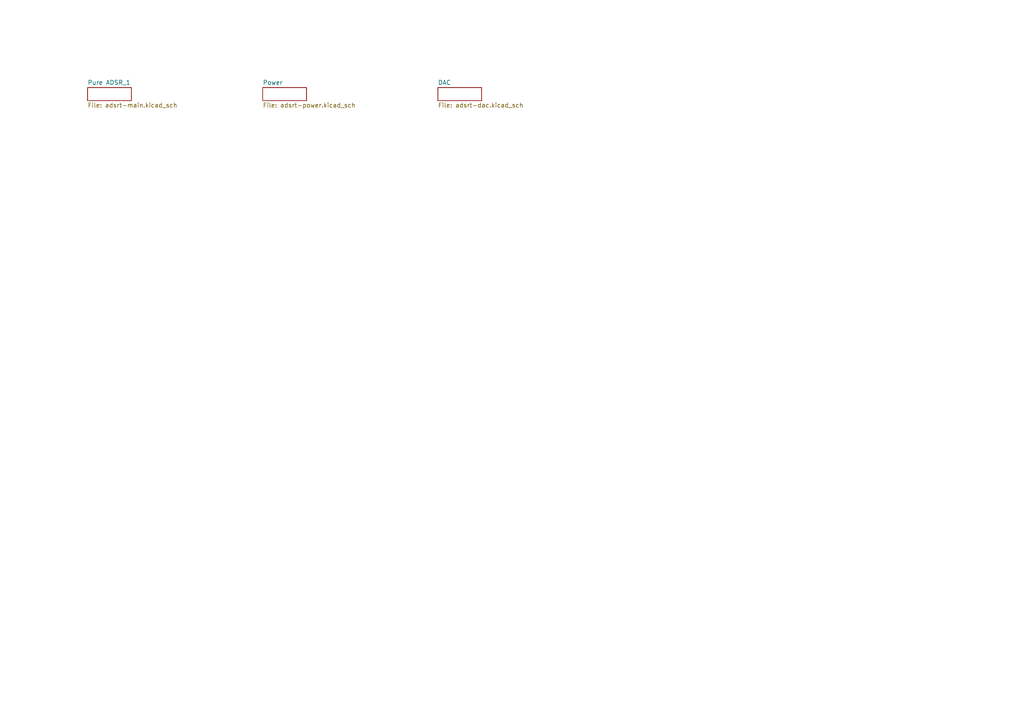
<source format=kicad_sch>
(kicad_sch (version 20230121) (generator eeschema)
  (paper "A4")
  (lib_symbols)
  (sheet (at 127 25.4) (size 12.7 3.81)
    (property "Sheetname" "DAC" (at 127 24.6884 0) (effects (justify left bottom)))
    (property "Sheetfile" "adsrt-dac.kicad_sch" (at 127 29.7946 0) (effects (justify left top)))
  )
  (sheet (at 76.2 25.4) (size 12.7 3.81)
    (property "Sheetname" "Power" (at 76.2 24.6884 0) (effects (justify left bottom)))
    (property "Sheetfile" "adsrt-power.kicad_sch" (at 76.2 29.7946 0) (effects (justify left top)))
  )
  (sheet (at 25.4 25.4) (size 12.7 3.81)
    (property "Sheetname" "Pure ADSR_1" (at 25.4 24.6884 0) (effects (justify left bottom)))
    (property "Sheetfile" "adsrt-main.kicad_sch" (at 25.4 29.7946 0) (effects (justify left top)))
  )
)
</source>
